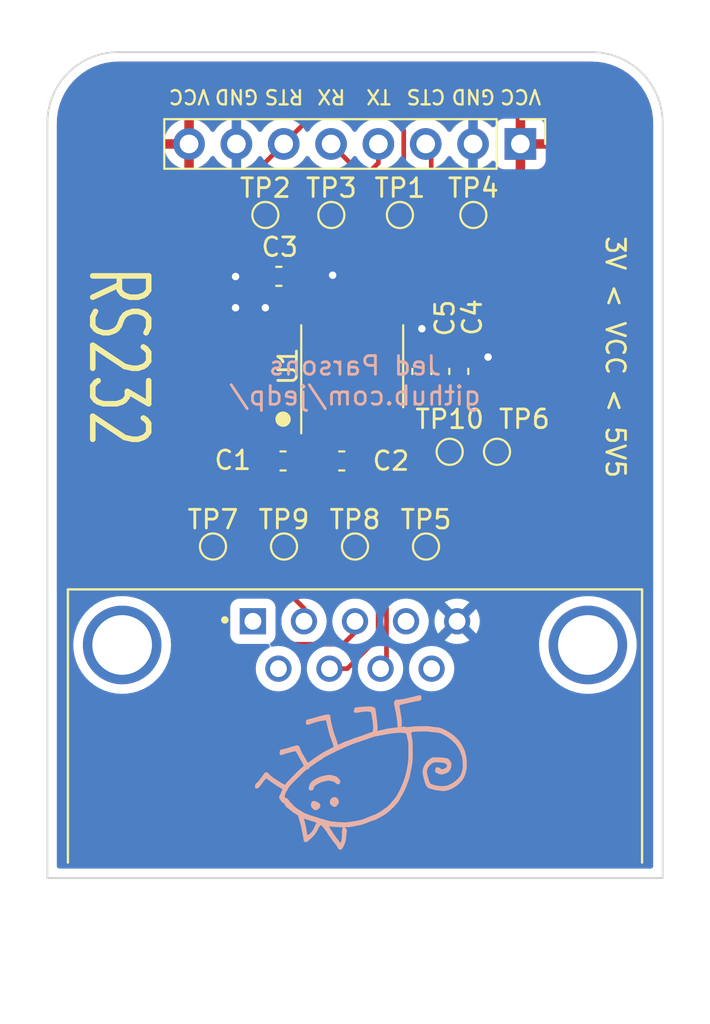
<source format=kicad_pcb>
(kicad_pcb (version 20211014) (generator pcbnew)
  (layers (0 "F.Cu" signal) (31 "B.Cu" signal) (34 "B.Paste" user) (35 "F.Paste" user) (36 "B.SilkS" user "B.Silkscreen") (37 "F.SilkS" user "F.Silkscreen") (38 "B.Mask" user) (39 "F.Mask" user) (44 "Edge.Cuts" user))
  (net 0 "")
  (net 1 "Net-(C1-Pad1)")
  (net 2 "Net-(C1-Pad2)")
  (net 3 "Net-(C2-Pad1)")
  (net 4 "Net-(C2-Pad2)")
  (net 5 "GND")
  (net 6 "/VS+")
  (net 7 "/VS-")
  (net 8 "/RS232.TX")
  (net 9 "/RS232.RTS")
  (net 10 "/RS232.RX")
  (net 11 "/RS232.CTS")
  (net 12 "/CTS")
  (net 13 "Net-(J1-Pad3)")
  (net 14 "/RTS")
  (net 15 "/RXD")
  (net 20 "+3V3")
  (footprint "TestPoint:TestPoint_Pad_D1.0mm" (layer "F.Cu") (at 138.7 82.55)
    (fp_text reference "TP2" (at 0 -1.448) (layer "F.SilkS"))
    (fp_text value "TestPoint")
    (pad "1" smd circle (at 0 0) (size 1 1) (layers "F.Cu" "F.Mask") (net 9 "/RS232.RTS"))
  )
  (footprint "Capacitor_SMD:C_0603_1608Metric" (layer "F.Cu") (at 142.8 95.74)
    (fp_text reference "C2" (at 2.64 0) (layer "F.SilkS"))
    (fp_text value "0.1uF")
    (pad "1" smd roundrect (at -0.775 0) (size 0.9 0.95) (layers "F.Cu" "F.Paste" "F.Mask") (net 3 "Net-(C2-Pad1)"))
    (pad "2" smd roundrect (at 0.775 0) (size 0.9 0.95) (layers "F.Cu" "F.Paste" "F.Mask") (net 4 "Net-(C2-Pad2)"))
  )
  (footprint "TestPoint:TestPoint_Pad_D1.0mm" (layer "F.Cu") (at 135.89 100.33)
    (fp_text reference "TP7" (at 0 -1.448) (layer "F.SilkS"))
    (fp_text value "TestPoint")
    (pad "1" smd circle (at 0 0) (size 1 1) (layers "F.Cu" "F.Mask") (net 13 "Net-(J1-Pad3)"))
  )
  (footprint "Capacitor_SMD:C_0603_1608Metric" (layer "F.Cu") (at 139.425 85.84 180)
    (fp_text reference "C3" (at -0.045 1.57) (layer "F.SilkS"))
    (fp_text value "0.1uF")
    (pad "1" smd roundrect (at -0.775 0 180) (size 0.9 0.95) (layers "F.Cu" "F.Paste" "F.Mask") (net 20 "+3V3"))
    (pad "2" smd roundrect (at 0.775 0 180) (size 0.9 0.95) (layers "F.Cu" "F.Paste" "F.Mask") (net 5 "GND"))
  )
  (footprint "TestPoint:TestPoint_Pad_D1.0mm" (layer "F.Cu") (at 149.86 82.55)
    (fp_text reference "TP4" (at 0 -1.448) (layer "F.SilkS"))
    (fp_text value "TestPoint")
    (pad "1" smd circle (at 0 0) (size 1 1) (layers "F.Cu" "F.Mask") (net 11 "/RS232.CTS"))
  )
  (footprint "Capacitor_SMD:C_0603_1608Metric" (layer "F.Cu") (at 139.65 95.74)
    (fp_text reference "C1" (at -2.7 -0.04) (layer "F.SilkS"))
    (fp_text value "0.1uF")
    (pad "1" smd roundrect (at -0.775 0) (size 0.9 0.95) (layers "F.Cu" "F.Paste" "F.Mask") (net 1 "Net-(C1-Pad1)"))
    (pad "2" smd roundrect (at 0.775 0) (size 0.9 0.95) (layers "F.Cu" "F.Paste" "F.Mask") (net 2 "Net-(C1-Pad2)"))
  )
  (footprint "TestPoint:TestPoint_Pad_D1.0mm" (layer "F.Cu") (at 147.32 100.33)
    (fp_text reference "TP5" (at 0 -1.448) (layer "F.SilkS"))
    (fp_text value "TestPoint")
    (pad "1" smd circle (at 0 0) (size 1 1) (layers "F.Cu" "F.Mask") (net 12 "/CTS"))
  )
  (footprint "TestPoint:TestPoint_Pad_D1.0mm" (layer "F.Cu") (at 151.13 95.25)
    (fp_text reference "TP6" (at 1.47 -1.752) (layer "F.SilkS"))
    (fp_text value "TestPoint")
    (pad "1" smd circle (at 0 0) (size 1 1) (layers "F.Cu" "F.Mask") (net 6 "/VS+"))
  )
  (footprint "TestPoint:TestPoint_Pad_D1.0mm" (layer "F.Cu") (at 142.24 82.55)
    (fp_text reference "TP3" (at 0 -1.448) (layer "F.SilkS"))
    (fp_text value "TestPoint")
    (pad "1" smd circle (at 0 0) (size 1 1) (layers "F.Cu" "F.Mask") (net 10 "/RS232.RX"))
  )
  (footprint "TestPoint:TestPoint_Pad_D1.0mm" (layer "F.Cu") (at 143.51 100.33)
    (fp_text reference "TP8" (at 0 -1.448) (layer "F.SilkS"))
    (fp_text value "TestPoint")
    (pad "1" smd circle (at 0 0) (size 1 1) (layers "F.Cu" "F.Mask") (net 14 "/RTS"))
  )
  (footprint "Connector_PinHeader_2.54mm:PinHeader_1x08_P2.54mm_Vertical" (layer "F.Cu") (at 152.385 78.74 -90)
    (fp_text reference "J2" hide)
    (fp_text value "Conn_01x08_Female")
    (pad "1" thru_hole rect (at 0 0 270) (size 1.7 1.7) (drill 1) (layers *.Cu *.Mask) (net 20 "+3V3"))
    (pad "2" thru_hole oval (at 0 2.54 270) (size 1.7 1.7) (drill 1) (layers *.Cu *.Mask) (net 5 "GND"))
    (pad "3" thru_hole oval (at 0 5.08 270) (size 1.7 1.7) (drill 1) (layers *.Cu *.Mask) (net 11 "/RS232.CTS"))
    (pad "4" thru_hole oval (at 0 7.62 270) (size 1.7 1.7) (drill 1) (layers *.Cu *.Mask) (net 8 "/RS232.TX"))
    (pad "5" thru_hole oval (at 0 10.16 270) (size 1.7 1.7) (drill 1) (layers *.Cu *.Mask) (net 10 "/RS232.RX"))
    (pad "6" thru_hole oval (at 0 12.7 270) (size 1.7 1.7) (drill 1) (layers *.Cu *.Mask) (net 9 "/RS232.RTS"))
    (pad "7" thru_hole oval (at 0 15.24 270) (size 1.7 1.7) (drill 1) (layers *.Cu *.Mask) (net 5 "GND"))
    (pad "8" thru_hole oval (at 0 17.78 270) (size 1.7 1.7) (drill 1) (layers *.Cu *.Mask) (net 20 "+3V3"))
  )
  (footprint "TestPoint:TestPoint_Pad_D1.0mm" (layer "F.Cu") (at 139.7 100.33)
    (fp_text reference "TP9" (at 0 -1.448) (layer "F.SilkS"))
    (fp_text value "TestPoint")
    (pad "1" smd circle (at 0 0) (size 1 1) (layers "F.Cu" "F.Mask") (net 15 "/RXD"))
  )
  (footprint "TestPoint:TestPoint_Pad_D1.0mm" (layer "F.Cu") (at 148.59 95.25)
    (fp_text reference "TP10" (at 0 -1.75) (layer "F.SilkS"))
    (fp_text value "TestPoint")
    (pad "1" smd circle (at 0 0) (size 1 1) (layers "F.Cu" "F.Mask") (net 7 "/VS-"))
  )
  (footprint "RS232-footprints:AMPHENOL_LD09P13A4GV00LF" (layer "F.Cu") (at 143.51 113.03)
    (fp_text reference "J1" hide)
    (fp_text value "DB9_Male")
    (pad "1" thru_hole rect (at -5.48 -8.69) (size 1.408 1.408) (drill 0.9) (layers *.Cu *.Mask))
    (pad "2" thru_hole circle (at -2.74 -8.69) (size 1.408 1.408) (drill 0.9) (layers *.Cu *.Mask) (net 15 "/RXD"))
    (pad "3" thru_hole circle (at 0 -8.69) (size 1.408 1.408) (drill 0.9) (layers *.Cu *.Mask) (net 13 "Net-(J1-Pad3)"))
    (pad "4" thru_hole circle (at 2.74 -8.69) (size 1.408 1.408) (drill 0.9) (layers *.Cu *.Mask))
    (pad "5" thru_hole circle (at 5.48 -8.69) (size 1.408 1.408) (drill 0.9) (layers *.Cu *.Mask) (net 5 "GND"))
    (pad "6" thru_hole circle (at -4.11 -6.15) (size 1.408 1.408) (drill 0.9) (layers *.Cu *.Mask))
    (pad "7" thru_hole circle (at -1.37 -6.15) (size 1.408 1.408) (drill 0.9) (layers *.Cu *.Mask) (net 14 "/RTS"))
    (pad "8" thru_hole circle (at 1.37 -6.15) (size 1.408 1.408) (drill 0.9) (layers *.Cu *.Mask) (net 12 "/CTS"))
    (pad "9" thru_hole circle (at 4.11 -6.15) (size 1.408 1.408) (drill 0.9) (layers *.Cu *.Mask))
    (pad "SH1" thru_hole circle (at -12.495 -7.42) (size 4.216 4.216) (drill 3.2) (layers *.Cu *.Mask))
    (pad "SH2" thru_hole circle (at 12.495 -7.42) (size 4.216 4.216) (drill 3.2) (layers *.Cu *.Mask))
  )
  (footprint "Capacitor_SMD:C_0603_1608Metric" (layer "F.Cu") (at 147.1 90.94 90)
    (fp_text reference "C5" (at 2.86 1.23 90) (layer "F.SilkS"))
    (fp_text value "0.1uF")
    (pad "1" smd roundrect (at -0.775 0 90) (size 0.9 0.95) (layers "F.Cu" "F.Paste" "F.Mask") (net 7 "/VS-"))
    (pad "2" smd roundrect (at 0.775 0 90) (size 0.9 0.95) (layers "F.Cu" "F.Paste" "F.Mask") (net 5 "GND"))
  )
  (footprint "Capacitor_SMD:C_0603_1608Metric" (layer "F.Cu") (at 149.08 90.94 90)
    (fp_text reference "C4" (at 2.9 0.72 90) (layer "F.SilkS"))
    (fp_text value "0.1uF")
    (pad "1" smd roundrect (at -0.775 0 90) (size 0.9 0.95) (layers "F.Cu" "F.Paste" "F.Mask") (net 6 "/VS+"))
    (pad "2" smd roundrect (at 0.775 0 90) (size 0.9 0.95) (layers "F.Cu" "F.Paste" "F.Mask") (net 5 "GND"))
  )
  (footprint "Package_SO:TSSOP-16_4.4x5mm_P0.65mm" (layer "F.Cu") (at 143.36 90.66 90)
    (fp_text reference "U1" (at 0 -3.45 90) (layer "F.SilkS"))
    (fp_text value "MAX3232")
    (pad "1" smd roundrect (at -2.8625 -2.275 90) (size 1.475 0.4) (layers "F.Cu" "F.Paste" "F.Mask") (net 1 "Net-(C1-Pad1)"))
    (pad "2" smd roundrect (at -2.8625 -1.625 90) (size 1.475 0.4) (layers "F.Cu" "F.Paste" "F.Mask") (net 6 "/VS+"))
    (pad "3" smd roundrect (at -2.8625 -0.975 90) (size 1.475 0.4) (layers "F.Cu" "F.Paste" "F.Mask") (net 2 "Net-(C1-Pad2)"))
    (pad "4" smd roundrect (at -2.8625 -0.325 90) (size 1.475 0.4) (layers "F.Cu" "F.Paste" "F.Mask") (net 3 "Net-(C2-Pad1)"))
    (pad "5" smd roundrect (at -2.8625 0.325 90) (size 1.475 0.4) (layers "F.Cu" "F.Paste" "F.Mask") (net 4 "Net-(C2-Pad2)"))
    (pad "6" smd roundrect (at -2.8625 0.975 90) (size 1.475 0.4) (layers "F.Cu" "F.Paste" "F.Mask") (net 7 "/VS-"))
    (pad "7" smd roundrect (at -2.8625 1.625 90) (size 1.475 0.4) (layers "F.Cu" "F.Paste" "F.Mask") (net 14 "/RTS"))
    (pad "8" smd roundrect (at -2.8625 2.275 90) (size 1.475 0.4) (layers "F.Cu" "F.Paste" "F.Mask") (net 12 "/CTS"))
    (pad "9" smd roundrect (at 2.8625 2.275 90) (size 1.475 0.4) (layers "F.Cu" "F.Paste" "F.Mask") (net 11 "/RS232.CTS"))
    (pad "10" smd roundrect (at 2.8625 1.625 90) (size 1.475 0.4) (layers "F.Cu" "F.Paste" "F.Mask") (net 9 "/RS232.RTS"))
    (pad "11" smd roundrect (at 2.8625 0.975 90) (size 1.475 0.4) (layers "F.Cu" "F.Paste" "F.Mask") (net 8 "/RS232.TX"))
    (pad "12" smd roundrect (at 2.8625 0.325 90) (size 1.475 0.4) (layers "F.Cu" "F.Paste" "F.Mask") (net 10 "/RS232.RX"))
    (pad "13" smd roundrect (at 2.8625 -0.325 90) (size 1.475 0.4) (layers "F.Cu" "F.Paste" "F.Mask") (net 15 "/RXD"))
    (pad "14" smd roundrect (at 2.8625 -0.975 90) (size 1.475 0.4) (layers "F.Cu" "F.Paste" "F.Mask") (net 13 "Net-(J1-Pad3)"))
    (pad "15" smd roundrect (at 2.8625 -1.625 90) (size 1.475 0.4) (layers "F.Cu" "F.Paste" "F.Mask") (net 5 "GND"))
    (pad "16" smd roundrect (at 2.8625 -2.275 90) (size 1.475 0.4) (layers "F.Cu" "F.Paste" "F.Mask") (net 20 "+3V3"))
  )
  (footprint "TestPoint:TestPoint_Pad_D1.0mm" (layer "F.Cu") (at 145.92 82.55)
    (fp_text reference "TP1" (at 0 -1.448) (layer "F.SilkS"))
    (fp_text value "TestPoint")
    (pad "1" smd circle (at 0 0) (size 1 1) (layers "F.Cu" "F.Mask") (net 8 "/RS232.TX"))
  )
  (footprint "LOGO" (layer "B.Cu") (at 143.95 112.3)
    (fp_text reference "G***" hide)
    (fp_text value "LOGO" hide)
  )
  (gr_circle (center 139.65 93.5) (end 139.98541 93.5) (layer "F.SilkS") (width 0.15) (fill solid))
  (gr_line (start 160.02 77.624077) (end 160.02 118.11) (layer "Edge.Cuts") (width 0.1))
  (gr_line (start 130.81 73.814077) (end 156.21 73.814077) (layer "Edge.Cuts") (width 0.1))
  (gr_arc (start 156.21 73.814077) (mid 158.904077 74.93) (end 160.02 77.624077) (layer "Edge.Cuts") (width 0.1))
  (gr_line (start 127 118.11) (end 127 77.624077) (layer "Edge.Cuts") (width 0.1))
  (gr_line (start 160.02 118.11) (end 127 118.11) (layer "Edge.Cuts") (width 0.1))
  (gr_arc (start 127 77.624077) (mid 128.115923 74.93) (end 130.81 73.814077) (layer "Edge.Cuts") (width 0.1))
  (gr_text "Jed Parsons\ngithub.com/jedp/" (at 143.51 91.44) (layer "B.SilkS") (effects (font (size 1 1)) (justify mirror)))
  (gr_text "GND" (at 149.86 76.2 180) (layer "F.SilkS") (effects (font (size 0.762 0.762) (thickness 0.127))))
  (gr_text "3V < VCC < 5V5" (at 157.48 90.17 270) (layer "F.SilkS") (effects (font (size 1 1))))
  (gr_text "CTS" (at 147.32 76.2 180) (layer "F.SilkS") (effects (font (size 0.762 0.762) (thickness 0.127))))
  (gr_text "RX" (at 142.24 76.2 180) (layer "F.SilkS") (effects (font (size 0.762 0.762) (thickness 0.127))))
  (gr_text "VCC" (at 152.4 76.2 180) (layer "F.SilkS") (effects (font (size 0.762 0.762) (thickness 0.127))))
  (gr_text "GND" (at 137.16 76.2 180) (layer "F.SilkS") (effects (font (size 0.762 0.762) (thickness 0.127))))
  (gr_text "RTS" (at 139.7 76.2 180) (layer "F.SilkS") (effects (font (size 0.762 0.762) (thickness 0.127))))
  (gr_text "RS232" (at 130.81 90.15 270) (layer "F.SilkS") (effects (font (size 3 2) (thickness 0.3))))
  (gr_text "TX" (at 144.78 76.2 180) (layer "F.SilkS") (effects (font (size 0.762 0.762) (thickness 0.127))))
  (gr_text "VCC" (at 134.62 76.2 180) (layer "F.SilkS") (effects (font (size 0.762 0.762) (thickness 0.127))))
  (segment (start 138.875 95.74) (end 138.88 95.74) (width 0.25) (layer "F.Cu") (net 1))
  (segment (start 138.88 95.74) (end 141.085 93.535) (width 0.25) (layer "F.Cu") (net 1))
  (segment (start 142.011041 94.635) (end 142.385 94.261041) (width 0.25) (layer "F.Cu") (net 2))
  (segment (start 142.385 94.261041) (end 142.385 93.535) (width 0.25) (layer "F.Cu") (net 2))
  (segment (start 140.425 95.74) (end 141.53 94.635) (width 0.25) (layer "F.Cu") (net 2))
  (segment (start 141.53 94.635) (end 142.011041 94.635) (width 0.25) (layer "F.Cu") (net 2))
  (segment (start 142.925 94.375) (end 142.925 93.645) (width 0.25) (layer "F.Cu") (net 3))
  (segment (start 142.025 95.275) (end 142.925 94.375) (width 0.25) (layer "F.Cu") (net 3))
  (segment (start 142.925 93.645) (end 143.035 93.535) (width 0.25) (layer "F.Cu") (net 3))
  (segment (start 142.025 95.74) (end 142.025 95.275) (width 0.25) (layer "F.Cu") (net 3))
  (segment (start 143.575 93.645) (end 143.685 93.535) (width 0.25) (layer "F.Cu") (net 4))
  (segment (start 143.575 95.74) (end 143.575 93.645) (width 0.25) (layer "F.Cu") (net 4))
  (segment (start 138.7 87.525) (end 138.7 85.89) (width 0.25) (layer "F.Cu") (net 5))
  (segment (start 137.1 87.39) (end 138.65 85.84) (width 0.25) (layer "F.Cu") (net 5))
  (segment (start 150.645 90.165) (end 150.65 90.17) (width 0.25) (layer "F.Cu") (net 5))
  (segment (start 147.1 90.165) (end 147.1 88.65) (width 0.25) (layer "F.Cu") (net 5))
  (segment (start 149.08 90.165) (end 150.645 90.165) (width 0.25) (layer "F.Cu") (net 5))
  (segment (start 141.735 86.355) (end 142.31 85.78) (width 0.25) (layer "F.Cu") (net 5))
  (segment (start 141.735 87.7975) (end 141.735 86.355) (width 0.25) (layer "F.Cu") (net 5))
  (segment (start 137.1 85.85) (end 138.64 85.85) (width 0.25) (layer "F.Cu") (net 5))
  (via (at 147.1 88.65) (size 0.8) (drill 0.4) (layers "F.Cu" "B.Cu") (net 5))
  (via (at 150.65 90.17) (size 0.8) (drill 0.4) (layers "F.Cu" "B.Cu") (net 5))
  (via (at 142.31 85.78) (size 0.8) (drill 0.4) (layers "F.Cu" "B.Cu") (net 5))
  (via (at 137.1 87.525) (size 0.8) (drill 0.4) (layers "F.Cu" "B.Cu") (net 5))
  (via (at 138.7 87.525) (size 0.8) (drill 0.4) (layers "F.Cu" "B.Cu") (net 5))
  (via (at 137.1 85.85) (size 0.8) (drill 0.4) (layers "F.Cu" "B.Cu") (net 5))
  (segment (start 145.38 90.93) (end 144.03 92.28) (width 0.2) (layer "F.Cu") (net 6))
  (segment (start 141.735 92.869315) (end 142.324315 92.28) (width 0.2) (layer "F.Cu") (net 6))
  (segment (start 141.735 93.5225) (end 141.735 92.869315) (width 0.2) (layer "F.Cu") (net 6))
  (segment (start 148.825 91.715) (end 148.04 90.93) (width 0.2) (layer "F.Cu") (net 6))
  (segment (start 151.13 93.765) (end 149.08 91.715) (width 0.2) (layer "F.Cu") (net 6))
  (segment (start 151.13 95.25) (end 151.13 93.765) (width 0.2) (layer "F.Cu") (net 6))
  (segment (start 142.324315 92.28) (end 144.03 92.28) (width 0.2) (layer "F.Cu") (net 6))
  (segment (start 148.905 91.715) (end 148.825 91.715) (width 0.2) (layer "F.Cu") (net 6))
  (segment (start 149.08 91.715) (end 148.905 91.715) (width 0.2) (layer "F.Cu") (net 6))
  (segment (start 145.38 90.93) (end 148.04 90.93) (width 0.2) (layer "F.Cu") (net 6))
  (segment (start 144.335 93.535) (end 144.335 92.844315) (width 0.2) (layer "F.Cu") (net 7))
  (segment (start 144.335 92.844315) (end 144.719315 92.46) (width 0.2) (layer "F.Cu") (net 7))
  (segment (start 147.1 92.12) (end 147.1 91.715) (width 0.2) (layer "F.Cu") (net 7))
  (segment (start 148.59 95.25) (end 148.59 93.61) (width 0.2) (layer "F.Cu") (net 7))
  (segment (start 146.355 92.46) (end 147.1 91.715) (width 0.2) (layer "F.Cu") (net 7))
  (segment (start 144.719315 92.46) (end 146.355 92.46) (width 0.2) (layer "F.Cu") (net 7))
  (segment (start 148.59 93.61) (end 147.1 92.12) (width 0.2) (layer "F.Cu") (net 7))
  (segment (start 144.765 79.76) (end 144.765 78.74) (width 0.25) (layer "F.Cu") (net 8))
  (segment (start 144.75 82.55) (end 144.4 82.55) (width 0.25) (layer "F.Cu") (net 8))
  (segment (start 144.4 82.79) (end 144.69 82.5) (width 0.25) (layer "F.Cu") (net 8))
  (segment (start 144.335 82.315) (end 144.515 82.315) (width 0.25) (layer "F.Cu") (net 8))
  (segment (start 145.92 82.55) (end 144.75 82.55) (width 0.25) (layer "F.Cu") (net 8))
  (segment (start 144.335 82.485) (end 144.335 82.315) (width 0.25) (layer "F.Cu") (net 8))
  (segment (start 144.335 82.315) (end 144.335 80.19) (width 0.25) (layer "F.Cu") (net 8))
  (segment (start 144.335 80.19) (end 144.765 79.76) (width 0.25) (layer "F.Cu") (net 8))
  (segment (start 144.69 82.5) (end 144.7 82.5) (width 0.25) (layer "F.Cu") (net 8))
  (segment (start 144.4 82.79) (end 144.335 82.725) (width 0.25) (layer "F.Cu") (net 8))
  (segment (start 144.7 82.5) (end 144.75 82.55) (width 0.25) (layer "F.Cu") (net 8))
  (segment (start 144.515 82.315) (end 144.7 82.5) (width 0.25) (layer "F.Cu") (net 8))
  (segment (start 144.4 82.55) (end 144.335 82.485) (width 0.25) (layer "F.Cu") (net 8))
  (segment (start 144.335 87.785) (end 144.335 82.725) (width 0.25) (layer "F.Cu") (net 8))
  (segment (start 144.335 82.725) (end 144.335 82.485) (width 0.25) (layer "F.Cu") (net 8))
  (segment (start 146.125 78.025) (end 146.125 80.715) (width 0.25) (layer "F.Cu") (net 9))
  (segment (start 138.7 79.725) (end 139.685 78.74) (width 0.25) (layer "F.Cu") (net 9))
  (segment (start 144.9 87.7) (end 144.985 87.785) (width 0.25) (layer "F.Cu") (net 9))
  (segment (start 144.9 86.75) (end 144.9 87.7) (width 0.25) (layer "F.Cu") (net 9))
  (segment (start 146.125 80.715) (end 147.15 81.74) (width 0.25) (layer "F.Cu") (net 9))
  (segment (start 145.3 77.2) (end 146.125 78.025) (width 0.25) (layer "F.Cu") (net 9))
  (segment (start 138.7 82.55) (end 138.7 79.725) (width 0.25) (layer "F.Cu") (net 9))
  (segment (start 139.685 78.74) (end 141.225 77.2) (width 0.25) (layer "F.Cu") (net 9))
  (segment (start 147.15 84.5) (end 144.9 86.75) (width 0.25) (layer "F.Cu") (net 9))
  (segment (start 147.15 81.74) (end 147.15 84.5) (width 0.25) (layer "F.Cu") (net 9))
  (segment (start 141.225 77.2) (end 145.3 77.2) (width 0.25) (layer "F.Cu") (net 9))
  (segment (start 143.685 82.115) (end 143.685 80.2) (width 0.25) (layer "F.Cu") (net 10))
  (segment (start 143.4 82.55) (end 143.65 82.55) (width 0.25) (layer "F.Cu") (net 10))
  (segment (start 143.65 82.55) (end 143.685 82.585) (width 0.25) (layer "F.Cu") (net 10))
  (segment (start 143.685 80.2) (end 142.225 78.74) (width 0.25) (layer "F.Cu") (net 10))
  (segment (start 143.685 82.585) (end 143.685 82.115) (width 0.25) (layer "F.Cu") (net 10))
  (segment (start 143.685 82.875) (end 143.685 82.585) (width 0.25) (layer "F.Cu") (net 10))
  (segment (start 142.24 82.55) (end 143.4 82.55) (width 0.25) (layer "F.Cu") (net 10))
  (segment (start 143.4 82.59) (end 143.685 82.875) (width 0.25) (layer "F.Cu") (net 10))
  (segment (start 143.4 82.55) (end 143.4 82.59) (width 0.25) (layer "F.Cu") (net 10))
  (segment (start 143.685 87.785) (end 143.685 82.875) (width 0.25) (layer "F.Cu") (net 10))
  (segment (start 143.4 82.4) (end 143.685 82.115) (width 0.25) (layer "F.Cu") (net 10))
  (segment (start 143.4 82.55) (end 143.4 82.4) (width 0.25) (layer "F.Cu") (net 10))
  (segment (start 147.6 79.035) (end 147.305 78.74) (width 0.25) (layer "F.Cu") (net 11))
  (segment (start 145.635 87.785) (end 145.635 86.665) (width 0.25) (layer "F.Cu") (net 11))
  (segment (start 147.6 84.7) (end 147.6 83.725) (width 0.25) (layer "F.Cu") (net 11))
  (segment (start 147.66 82.79) (end 147.6 82.73) (width 0.25) (layer "F.Cu") (net 11))
  (segment (start 147.6 82.15) (end 147.6 79.035) (width 0.25) (layer "F.Cu") (net 11))
  (segment (start 147.6 83.725) (end 147.6 83.625) (width 0.25) (layer "F.Cu") (net 11))
  (segment (start 147.9 82.55) (end 147.75 82.55) (width 0.25) (layer "F.Cu") (net 11))
  (segment (start 147.9 82.55) (end 147.9 82.45) (width 0.25) (layer "F.Cu") (net 11))
  (segment (start 147.6 82.4) (end 147.6 82.15) (width 0.25) (layer "F.Cu") (net 11))
  (segment (start 147.9 82.55) (end 147.66 82.79) (width 0.25) (layer "F.Cu") (net 11))
  (segment (start 149.86 82.55) (end 147.9 82.55) (width 0.25) (layer "F.Cu") (net 11))
  (segment (start 147.65 82.55) (end 147.6 82.5) (width 0.25) (layer "F.Cu") (net 11))
  (segment (start 147.75 82.55) (end 147.6 82.4) (width 0.25) (layer "F.Cu") (net 11))
  (segment (start 147.6 82.73) (end 147.6 82.5) (width 0.25) (layer "F.Cu") (net 11))
  (segment (start 147.9 82.55) (end 147.65 82.55) (width 0.25) (layer "F.Cu") (net 11))
  (segment (start 147.6 83.625) (end 147.6 82.73) (width 0.25) (layer "F.Cu") (net 11))
  (segment (start 147.9 82.45) (end 147.6 82.15) (width 0.25) (layer "F.Cu") (net 11))
  (segment (start 145.635 86.665) (end 147.6 84.7) (width 0.25) (layer "F.Cu") (net 11))
  (segment (start 147.6 82.5) (end 147.6 82.4) (width 0.25) (layer "F.Cu") (net 11))
  (segment (start 145.895 100.225) (end 145.635 99.965) (width 0.25) (layer "F.Cu") (net 12))
  (segment (start 145.635 100.135) (end 145.635 100.665) (width 0.25) (layer "F.Cu") (net 12))
  (segment (start 145.875 100.225) (end 145.725 100.225) (width 0.25) (layer "F.Cu") (net 12))
  (segment (start 147.6 100.225) (end 146.025 100.225) (width 0.25) (layer "F.Cu") (net 12))
  (segment (start 144.88 106.88) (end 145.2 106.56) (width 0.25) (layer "F.Cu") (net 12))
  (segment (start 145.725 100.225) (end 145.635 100.135) (width 0.25) (layer "F.Cu") (net 12))
  (segment (start 145.635 99.965) (end 145.635 100.04) (width 0.25) (layer "F.Cu") (net 12))
  (segment (start 145.635 100.615) (end 145.635 100.665) (width 0.25) (layer "F.Cu") (net 12))
  (segment (start 145.875 100.225) (end 145.82 100.225) (width 0.25) (layer "F.Cu") (net 12))
  (segment (start 145.2 106.56) (end 145.2 103.3) (width 0.25) (layer "F.Cu") (net 12))
  (segment (start 146.025 100.225) (end 145.895 100.225) (width 0.25) (layer "F.Cu") (net 12))
  (segment (start 146.025 100.225) (end 145.635 100.615) (width 0.25) (layer "F.Cu") (net 12))
  (segment (start 145.635 100.04) (end 145.635 100.135) (width 0.25) (layer "F.Cu") (net 12))
  (segment (start 145.82 100.225) (end 145.635 100.04) (width 0.25) (layer "F.Cu") (net 12))
  (segment (start 145.2 103.3) (end 145.5875 102.9125) (width 0.25) (layer "F.Cu") (net 12))
  (segment (start 145.635 102.865) (end 145.5875 102.9125) (width 0.25) (layer "F.Cu") (net 12))
  (segment (start 146.025 100.225) (end 145.875 100.225) (width 0.25) (layer "F.Cu") (net 12))
  (segment (start 145.635 93.535) (end 145.635 99.965) (width 0.25) (layer "F.Cu") (net 12))
  (segment (start 145.635 100.665) (end 145.635 102.865) (width 0.25) (layer "F.Cu") (net 12))
  (segment (start 136.86 100.33) (end 136.95 100.33) (width 0.25) (layer "F.Cu") (net 13))
  (segment (start 142.385 88.685) (end 142.385 87.7975) (width 0.25) (layer "F.Cu") (net 13))
  (segment (start 137.15 100.13) (end 137.15 92.17) (width 0.25) (layer "F.Cu") (net 13))
  (segment (start 140.46 88.86) (end 142.21 88.86) (width 0.25) (layer "F.Cu") (net 13))
  (segment (start 142.87 105.57) (end 140.01 105.57) (width 0.25) (layer "F.Cu") (net 13))
  (segment (start 143.51 104.93) (end 142.87 105.57) (width 0.25) (layer "F.Cu") (net 13))
  (segment (start 136.95 100.33) (end 137.15 100.13) (width 0.25) (layer "F.Cu") (net 13))
  (segment (start 135.89 100.33) (end 136.86 100.33) (width 0.25) (layer "F.Cu") (net 13))
  (segment (start 142.21 88.86) (end 142.385 88.685) (width 0.25) (layer "F.Cu") (net 13))
  (segment (start 137.05 100.52) (end 137.15 100.52) (width 0.25) (layer "F.Cu") (net 13))
  (segment (start 140.01 105.57) (end 139.44 105) (width 0.25) (layer "F.Cu") (net 13))
  (segment (start 136.86 100.33) (end 137.05 100.52) (width 0.25) (layer "F.Cu") (net 13))
  (segment (start 137.15 100.52) (end 137.15 100.37) (width 0.25) (layer "F.Cu") (net 13))
  (segment (start 137.11 100.33) (end 137.15 100.37) (width 0.25) (layer "F.Cu") (net 13))
  (segment (start 136.86 100.33) (end 137.11 100.33) (width 0.25) (layer "F.Cu") (net 13))
  (segment (start 137.15 92.17) (end 140.46 88.86) (width 0.25) (layer "F.Cu") (net 13))
  (segment (start 137.15 100.75) (end 137.15 100.52) (width 0.25) (layer "F.Cu") (net 13))
  (segment (start 137.15 100.37) (end 137.15 100.13) (width 0.25) (layer "F.Cu") (net 13))
  (segment (start 139.44 103.04) (end 137.15 100.75) (width 0.25) (layer "F.Cu") (net 13))
  (segment (start 143.51 104.34) (end 143.51 104.93) (width 0.25) (layer "F.Cu") (net 13))
  (segment (start 139.44 105) (end 139.44 103.04) (width 0.25) (layer "F.Cu") (net 13))
  (segment (start 144.985 100.59) (end 144.985 102.535) (width 0.25) (layer "F.Cu") (net 14))
  (segment (start 144.985 100.24) (end 144.985 100.415) (width 0.25) (layer "F.Cu") (net 14))
  (segment (start 144.45 100.225) (end 144.97 100.225) (width 0.25) (layer "F.Cu") (net 14))
  (segment (start 144.77 100.225) (end 144.985 100.01) (width 0.25) (layer "F.Cu") (net 14))
  (segment (start 144.79 100.415) (end 144.985 100.415) (width 0.25) (layer "F.Cu") (net 14))
  (segment (start 144.72 100.225) (end 144.985 99.96) (width 0.25) (layer "F.Cu") (net 14))
  (segment (start 144.6 100.225) (end 144.965 100.59) (width 0.25) (layer "F.Cu") (net 14))
  (segment (start 144.6 100.225) (end 144.79 100.415) (width 0.25) (layer "F.Cu") (net 14))
  (segment (start 144.985 93.535) (end 144.985 99.96) (width 0.25) (layer "F.Cu") (net 14))
  (segment (start 144.75 102.77) (end 144.75 105.225) (width 0.25) (layer "F.Cu") (net 14))
  (segment (start 144.965 100.59) (end 144.985 100.59) (width 0.25) (layer "F.Cu") (net 14))
  (segment (start 144.6 100.225) (end 144.72 100.225) (width 0.25) (layer "F.Cu") (net 14))
  (segment (start 144.985 100.415) (end 144.985 100.59) (width 0.25) (layer "F.Cu") (net 14))
  (segment (start 144.45 100.225) (end 144.6 100.225) (width 0.25) (layer "F.Cu") (net 14))
  (segment (start 144.6 100.225) (end 144.77 100.225) (width 0.25) (layer "F.Cu") (net 14))
  (segment (start 144.97 100.225) (end 144.985 100.24) (width 0.25) (layer "F.Cu") (net 14))
  (segment (start 143.095 106.88) (end 142.14 106.88) (width 0.25) (layer "F.Cu") (net 14))
  (segment (start 144.985 100.01) (end 144.985 100.24) (width 0.25) (layer "F.Cu") (net 14))
  (segment (start 144.985 102.535) (end 144.75 102.77) (width 0.25) (layer "F.Cu") (net 14))
  (segment (start 144.985 99.96) (end 144.985 100.01) (width 0.25) (layer "F.Cu") (net 14))
  (segment (start 143.51 100.225) (end 144.45 100.225) (width 0.25) (layer "F.Cu") (net 14))
  (segment (start 144.75 105.225) (end 143.095 106.88) (width 0.25) (layer "F.Cu") (net 14))
  (segment (start 138.59 101.44) (end 138.57 101.44) (width 0.25) (layer "F.Cu") (net 15))
  (segment (start 138.34 101.21) (end 138.325 101.195) (width 0.25) (layer "F.Cu") (net 15))
  (segment (start 143.035 88.671396) (end 143.035 87.7975) (width 0.25) (layer "F.Cu") (net 15))
  (segment (start 137.6 92.356396) (end 140.646396 89.31) (width 0.25) (layer "F.Cu") (net 15))
  (segment (start 138.82 101.21) (end 138.59 101.44) (width 0.25) (layer "F.Cu") (net 15))
  (segment (start 137.6 100.47) (end 137.6 92.356396) (width 0.25) (layer "F.Cu") (net 15))
  (segment (start 138.325 101.195) (end 137.6 100.47) (width 0.25) (layer "F.Cu") (net 15))
  (segment (start 139.7 100.33) (end 138.82 101.21) (width 0.25) (layer "F.Cu") (net 15))
  (segment (start 140.76 103.63) (end 138.82 101.69) (width 0.25) (layer "F.Cu") (net 15))
  (segment (start 140.77 104.34) (end 140.77 103.63) (width 0.25) (layer "F.Cu") (net 15))
  (segment (start 138.82 101.21) (end 138.82 101.69) (width 0.25) (layer "F.Cu") (net 15))
  (segment (start 138.82 101.21) (end 138.34 101.21) (width 0.25) (layer "F.Cu") (net 15))
  (segment (start 138.82 101.69) (end 138.57 101.44) (width 0.25) (layer "F.Cu") (net 15))
  (segment (start 140.77 103.63) (end 140.76 103.63) (width 0.25) (layer "F.Cu") (net 15))
  (segment (start 140.646396 89.31) (end 142.396396 89.31) (width 0.25) (layer "F.Cu") (net 15))
  (segment (start 142.396396 89.31) (end 143.035 88.671396) (width 0.25) (layer "F.Cu") (net 15))
  (segment (start 138.57 101.44) (end 138.325 101.195) (width 0.25) (layer "F.Cu") (net 15))
  (segment (start 141.085 86.725) (end 140.2 85.84) (width 0.25) (layer "F.Cu") (net 20))
  (segment (start 141.085 87.785) (end 141.085 86.725) (width 0.25) (layer "F.Cu") (net 20))
  (segment (start 141.125 87.745) (end 141.085 87.785) (width 0.25) (layer "F.Cu") (net 20))
  (zone (net 20) (net_name "+3V3") (layer "F.Cu") (connect_pads (clearance 0.508)) (min_thickness 0.254) (fill yes (thermal_gap 0.508) (thermal_bridge_width 0.508))
    (polygon (pts (xy 162.56 102.87) (xy 124.46 102.87) (xy 124.46 72.39) (xy 162.56 72.39)))
  )
  (zone (net 5) (net_name "GND") (layer "B.Cu") (connect_pads (clearance 0.508)) (min_thickness 0.254) (fill yes (thermal_gap 0.508) (thermal_bridge_width 0.508))
    (polygon (pts (xy 161.29 118.11) (xy 125.73 118.11) (xy 125.73 73.66) (xy 161.29 73.66)))
  )
)
</source>
